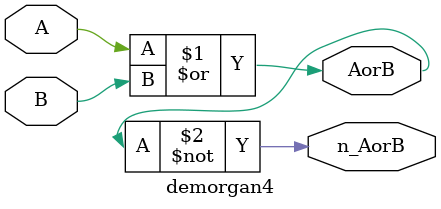
<source format=v>
module demorgan1
(
  input  A,          // Single bit inputs
  input  B,
  output nA,         // Output intermediate complemented inputs
  output nB,
  output nAandnB     // Single bit output, (~A)*(~B)
);

  wire nA;
  wire nB;
  not Ainv(nA, A);      // Top inverter is named Ainv, takes signal A as input and produces signal nA
  not Binv(nB, B);
  and andgate(nAandnB, nA, nB);     // AND gate produces nAandnB from nA and nB

endmodule

module demorgan2
(
  input  A,          // Single bit inputs
  input  B,
  output AandB,         // Output intermediate complemented inputs
  output n_AandB    // Single bit output, (~A)*(~B)
);

  wire AandB;
  and andgate(AandB, A, B);      // Top inverter is named Ainv, takes signal A as input and produces signal nA
  not ABinv(n_AandB, AandB);

endmodule

module demorgan3
(
  input  A,          // Single bit inputs
  input  B,
  output nA,         // Output intermediate complemented inputs
  output nB,
  output nAornB    // Single bit output, (~A)*(~B)
);

  wire nA;
  wire nB;
  not Ainv(nA, A);
  not Binv(nB, B);
  or orgate(nAornB, nA, nB);      // Top inverter is named Ainv, takes signal A as input and produces signal nA

endmodule

module demorgan4
(
  input  A,          // Single bit inputs
  input  B,
  output AorB,         // Output intermediate complemented inputs
  output n_AorB    // Single bit output, (~A)*(~B)
);

  wire AorB;
  or orgate(AorB, A, B);      // Top inverter is named Ainv, takes signal A as input and produces signal nA
  not ABinv(n_AorB, AorB);

endmodule
</source>
